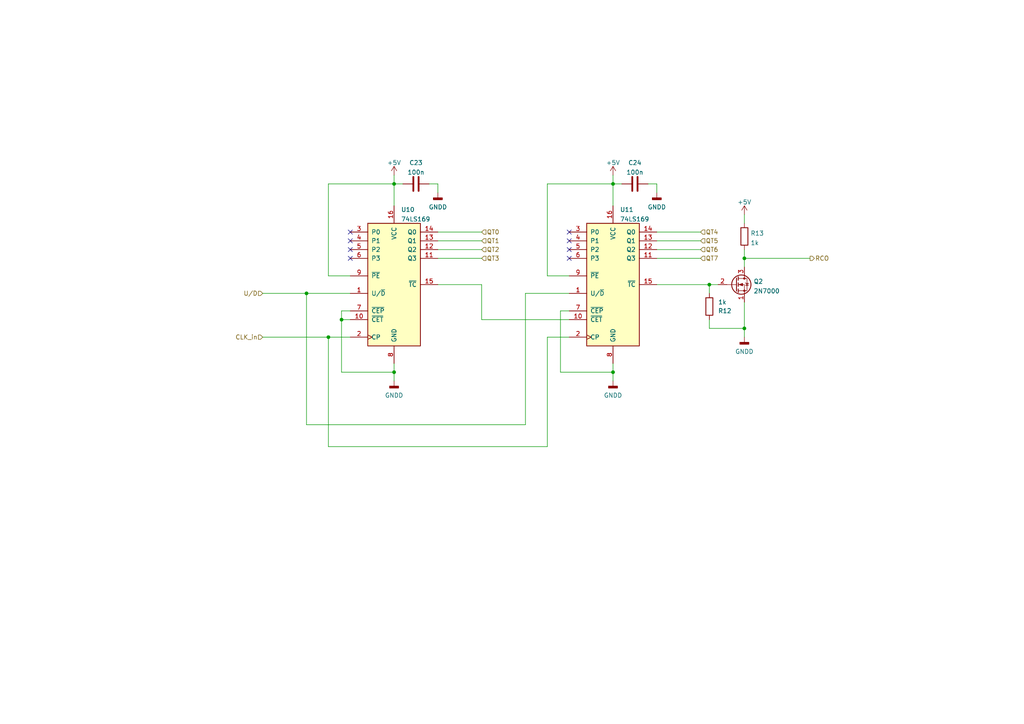
<source format=kicad_sch>
(kicad_sch (version 20211123) (generator eeschema)
  (paper "A4")
  (title_block (title "FGVCO - Core 2") (date "2022-05-31") (company "Gottardo Filippo"))
  (lib_symbols
    (symbol "74xx:74LS169" (pin_names (offset 1.016))
      (property "Reference" "U" (at -7.62 19.05 0))
      (property "Value" "74LS169" (at -7.62 -19.05 0))
      (symbol "74LS169_1_0"
        (pin input line (at -12.7 -2.54 0) (length 5.08) (name "U/~{D}") (number "1"))
        (pin input line (at -12.7 -10.16 0) (length 5.08) (name "~{CET}") (number "10"))
        (pin output line (at 12.7 7.62 180) (length 5.08) (name "Q3") (number "11"))
        (pin output line (at 12.7 10.16 180) (length 5.08) (name "Q2") (number "12"))
        (pin output line (at 12.7 12.7 180) (length 5.08) (name "Q1") (number "13"))
        (pin output line (at 12.7 15.24 180) (length 5.08) (name "Q0") (number "14"))
        (pin output line (at 12.7 0 180) (length 5.08) (name "~{TC}") (number "15"))
        (pin power_in line (at 0 22.86 270) (length 5.08) (name "VCC") (number "16"))
        (pin input clock (at -12.7 -15.24 0) (length 5.08) (name "CP") (number "2"))
        (pin input line (at -12.7 15.24 0) (length 5.08) (name "P0") (number "3"))
        (pin input line (at -12.7 12.7 0) (length 5.08) (name "P1") (number "4"))
        (pin input line (at -12.7 10.16 0) (length 5.08) (name "P2") (number "5"))
        (pin input line (at -12.7 7.62 0) (length 5.08) (name "P3") (number "6"))
        (pin input line (at -12.7 -7.62 0) (length 5.08) (name "~{CEP}") (number "7"))
        (pin power_in line (at 0 -22.86 90) (length 5.08) (name "GND") (number "8"))
        (pin input line (at -12.7 2.54 0) (length 5.08) (name "~{PE}") (number "9"))
      )
      (symbol "74LS169_1_1"
        (rectangle (start -7.62 17.78) (end 7.62 -17.78) (stroke (width 0.254)) (fill (type background)))
      )
    )
    (symbol "Device:C" (pin_numbers hide) (pin_names (offset 0.254))
      (property "Reference" "C" (at 0.635 2.54 0))
      (property "Value" "C" (at 0.635 -2.54 0))
      (symbol "C_0_1"
        (polyline (pts (xy -2.032 -0.762) (xy 2.032 -0.762)) (stroke (width 0.508)))
        (polyline (pts (xy -2.032 0.762) (xy 2.032 0.762)) (stroke (width 0.508)))
      )
      (symbol "C_1_1"
        (pin passive line (at 0 3.81 270) (length 2.794) (name "~") (number "1"))
        (pin passive line (at 0 -3.81 90) (length 2.794) (name "~") (number "2"))
      )
    )
    (symbol "Device:R" (pin_numbers hide) (pin_names (offset 0))
      (property "Reference" "R" (at 2.032 0 90))
      (property "Value" "R" (at 0 0 90))
      (symbol "R_0_1"
        (rectangle (start -1.016 -2.54) (end 1.016 2.54) (stroke (width 0.254)))
      )
      (symbol "R_1_1"
        (pin passive line (at 0 3.81 270) (length 1.27) (name "~") (number "1"))
        (pin passive line (at 0 -3.81 90) (length 1.27) (name "~") (number "2"))
      )
    )
    (symbol "Transistor_FET:2N7000" (pin_names hide)
      (property "Reference" "Q" (at 5.08 1.905 0))
      (property "Value" "2N7000" (at 5.08 0 0))
      (symbol "2N7000_0_1"
        (polyline (pts (xy 0.254 0) (xy -2.54 0)))
        (polyline (pts (xy 0.254 1.905) (xy 0.254 -1.905)) (stroke (width 0.254)))
        (polyline (pts (xy 0.762 -1.27) (xy 0.762 -2.286)) (stroke (width 0.254)))
        (polyline (pts (xy 0.762 0.508) (xy 0.762 -0.508)) (stroke (width 0.254)))
        (polyline (pts (xy 0.762 2.286) (xy 0.762 1.27)) (stroke (width 0.254)))
        (polyline (pts (xy 2.54 2.54) (xy 2.54 1.778)))
        (polyline (pts (xy 2.54 -2.54) (xy 2.54 0) (xy 0.762 0)))
        (polyline (pts (xy 0.762 -1.778) (xy 3.302 -1.778) (xy 3.302 1.778) (xy 0.762 1.778)))
        (polyline (pts (xy 1.016 0) (xy 2.032 0.381) (xy 2.032 -0.381) (xy 1.016 0)) (fill (type outline)))
        (polyline (pts (xy 2.794 0.508) (xy 2.921 0.381) (xy 3.683 0.381) (xy 3.81 0.254)))
        (polyline (pts (xy 3.302 0.381) (xy 2.921 -0.254) (xy 3.683 -0.254) (xy 3.302 0.381)))
        (circle (center 1.651 0) (radius 2.794) (stroke (width 0.254)))
        (circle (center 2.54 -1.778) (radius 0.254) (fill (type outline)))
        (circle (center 2.54 1.778) (radius 0.254) (fill (type outline)))
      )
      (symbol "2N7000_1_1"
        (pin passive line (at 2.54 -5.08 90) (length 2.54) (name "S") (number "1"))
        (pin input line (at -5.08 0 0) (length 2.54) (name "G") (number "2"))
        (pin passive line (at 2.54 5.08 270) (length 2.54) (name "D") (number "3"))
      )
    )
    (symbol "power:+5V" (power) (pin_names (offset 0))
      (property "Value" "+5V" (at 0 3.556 0))
      (symbol "+5V_0_1"
        (polyline (pts (xy -0.762 1.27) (xy 0 2.54)))
        (polyline (pts (xy 0 0) (xy 0 2.54)))
        (polyline (pts (xy 0 2.54) (xy 0.762 1.27)))
      )
      (symbol "+5V_1_1"
        (pin power_in line (at 0 0 90) (length 0) hide (name "+5V") (number "1"))
      )
    )
    (symbol "power:GNDD" (power) (pin_names (offset 0))
      (property "Value" "GNDD" (at 0 -3.175 0))
      (symbol "GNDD_0_1"
        (rectangle (start -1.27 -1.524) (end 1.27 -2.032) (stroke (width 0.254)) (fill (type outline)))
        (polyline (pts (xy 0 0) (xy 0 -1.524)))
      )
      (symbol "GNDD_1_1"
        (pin power_in line (at 0 0 270) (length 0) hide (name "GNDD") (number "1"))
      )
    )
  )
  (junction (at 114.3 107.95))
  (junction (at 205.74 82.55))
  (junction (at 215.9 74.93))
  (junction (at 99.06 92.71))
  (junction (at 114.3 53.34))
  (junction (at 215.9 95.25))
  (junction (at 88.9 85.09))
  (junction (at 95.25 97.79))
  (junction (at 177.8 53.34))
  (junction (at 177.8 107.95))
  (no_connect (at 165.1 74.93))
  (no_connect (at 165.1 72.39))
  (no_connect (at 165.1 69.85))
  (no_connect (at 165.1 67.31))
  (no_connect (at 101.6 69.85))
  (no_connect (at 101.6 72.39))
  (no_connect (at 101.6 67.31))
  (no_connect (at 101.6 74.93))
  (wire (pts (xy 139.7 82.55) (xy 139.7 92.71)))
  (wire (pts (xy 190.5 72.39) (xy 203.2 72.39)))
  (wire (pts (xy 127 53.34) (xy 127 55.88)))
  (wire (pts (xy 205.74 92.71) (xy 205.74 95.25)))
  (wire (pts (xy 205.74 82.55) (xy 208.28 82.55)))
  (wire (pts (xy 165.1 85.09) (xy 152.4 85.09)))
  (wire (pts (xy 127 82.55) (xy 139.7 82.55)))
  (wire (pts (xy 114.3 50.8) (xy 114.3 53.34)))
  (wire (pts (xy 95.25 129.54) (xy 95.25 97.79)))
  (wire (pts (xy 177.8 50.8) (xy 177.8 53.34)))
  (wire (pts (xy 88.9 85.09) (xy 101.6 85.09)))
  (wire (pts (xy 99.06 90.17) (xy 99.06 92.71)))
  (wire (pts (xy 99.06 92.71) (xy 101.6 92.71)))
  (wire (pts (xy 99.06 92.71) (xy 99.06 107.95)))
  (wire (pts (xy 88.9 123.19) (xy 152.4 123.19)))
  (wire (pts (xy 187.96 53.34) (xy 190.5 53.34)))
  (wire (pts (xy 165.1 90.17) (xy 162.56 90.17)))
  (wire (pts (xy 101.6 90.17) (xy 99.06 90.17)))
  (wire (pts (xy 162.56 107.95) (xy 177.8 107.95)))
  (wire (pts (xy 114.3 107.95) (xy 114.3 110.49)))
  (wire (pts (xy 215.9 95.25) (xy 215.9 97.79)))
  (wire (pts (xy 127 67.31) (xy 139.7 67.31)))
  (wire (pts (xy 114.3 105.41) (xy 114.3 107.95)))
  (wire (pts (xy 158.75 97.79) (xy 158.75 129.54)))
  (wire (pts (xy 190.5 53.34) (xy 190.5 55.88)))
  (wire (pts (xy 215.9 87.63) (xy 215.9 95.25)))
  (wire (pts (xy 177.8 53.34) (xy 177.8 59.69)))
  (wire (pts (xy 177.8 53.34) (xy 180.34 53.34)))
  (wire (pts (xy 76.2 97.79) (xy 95.25 97.79)))
  (wire (pts (xy 165.1 80.01) (xy 158.75 80.01)))
  (wire (pts (xy 152.4 85.09) (xy 152.4 123.19)))
  (wire (pts (xy 215.9 62.23) (xy 215.9 64.77)))
  (wire (pts (xy 158.75 53.34) (xy 177.8 53.34)))
  (wire (pts (xy 205.74 82.55) (xy 205.74 85.09)))
  (wire (pts (xy 127 69.85) (xy 139.7 69.85)))
  (wire (pts (xy 215.9 74.93) (xy 215.9 77.47)))
  (wire (pts (xy 127 72.39) (xy 139.7 72.39)))
  (wire (pts (xy 190.5 67.31) (xy 203.2 67.31)))
  (wire (pts (xy 114.3 53.34) (xy 114.3 59.69)))
  (wire (pts (xy 190.5 82.55) (xy 205.74 82.55)))
  (wire (pts (xy 190.5 69.85) (xy 203.2 69.85)))
  (wire (pts (xy 177.8 107.95) (xy 177.8 110.49)))
  (wire (pts (xy 101.6 80.01) (xy 95.25 80.01)))
  (wire (pts (xy 88.9 123.19) (xy 88.9 85.09)))
  (wire (pts (xy 95.25 53.34) (xy 114.3 53.34)))
  (wire (pts (xy 177.8 105.41) (xy 177.8 107.95)))
  (wire (pts (xy 127 74.93) (xy 139.7 74.93)))
  (wire (pts (xy 76.2 85.09) (xy 88.9 85.09)))
  (wire (pts (xy 205.74 95.25) (xy 215.9 95.25)))
  (wire (pts (xy 162.56 90.17) (xy 162.56 107.95)))
  (wire (pts (xy 190.5 74.93) (xy 203.2 74.93)))
  (wire (pts (xy 215.9 72.39) (xy 215.9 74.93)))
  (wire (pts (xy 99.06 107.95) (xy 114.3 107.95)))
  (wire (pts (xy 124.46 53.34) (xy 127 53.34)))
  (wire (pts (xy 114.3 53.34) (xy 116.84 53.34)))
  (wire (pts (xy 95.25 97.79) (xy 101.6 97.79)))
  (wire (pts (xy 215.9 74.93) (xy 234.95 74.93)))
  (wire (pts (xy 158.75 80.01) (xy 158.75 53.34)))
  (wire (pts (xy 95.25 80.01) (xy 95.25 53.34)))
  (wire (pts (xy 139.7 92.71) (xy 165.1 92.71)))
  (wire (pts (xy 165.1 97.79) (xy 158.75 97.79)))
  (wire (pts (xy 95.25 129.54) (xy 158.75 129.54)))
  (hierarchical_label "RCO" (shape output) (at 234.95 74.93 0))
  (hierarchical_label "QT1" (shape input) (at 139.7 69.85 0))
  (hierarchical_label "QT5" (shape input) (at 203.2 69.85 0))
  (hierarchical_label "QT6" (shape input) (at 203.2 72.39 0))
  (hierarchical_label "QT0" (shape input) (at 139.7 67.31 0))
  (hierarchical_label "QT4" (shape input) (at 203.2 67.31 0))
  (hierarchical_label "QT3" (shape input) (at 139.7 74.93 0))
  (hierarchical_label "U{slash}D" (shape input) (at 76.2 85.09 180))
  (hierarchical_label "QT2" (shape input) (at 139.7 72.39 0))
  (hierarchical_label "QT7" (shape input) (at 203.2 74.93 0))
  (hierarchical_label "CLK_in" (shape input) (at 76.2 97.79 180))
  (symbol (lib_id "power:+5V") (at 215.9 62.23 0) (unit 1)
    (property "Reference" "#PWR064" (effects hide))
    (property "Value" "+5V" (at 215.9 58.6255 0))
  )
  (symbol (lib_id "74xx:74LS169") (at 114.3 82.55 0) (unit 1)
    (property "Reference" "U10" (at 116.3194 60.8035 0) (effects (justify left)))
    (property "Value" "74LS169" (at 116.3194 63.5786 0) (effects (justify left)))
    (property "Footprint" "Custom Footprints:DIP-16_central_caps" (effects hide))
    (property "Datasheet" "http://www.ti.com/lit/gpn/sn74LS169" (effects hide))
  )
  (symbol (lib_id "74xx:74LS169") (at 177.8 82.55 0) (unit 1)
    (property "Reference" "U11" (at 179.8194 60.8035 0) (effects (justify left)))
    (property "Value" "74LS169" (at 179.8194 63.5786 0) (effects (justify left)))
    (property "Footprint" "Custom Footprints:DIP-16_central_caps" (effects hide))
    (property "Datasheet" "http://www.ti.com/lit/gpn/sn74LS169" (effects hide))
  )
  (symbol (lib_id "power:GNDD") (at 177.8 110.49 0) (unit 1)
    (property "Reference" "#PWR062" (effects hide))
    (property "Value" "GNDD" (at 177.8 114.6715 0))
  )
  (symbol (lib_id "power:+5V") (at 177.8 50.8 0) (unit 1)
    (property "Reference" "#PWR061" (effects hide))
    (property "Value" "+5V" (at 177.8 47.1955 0))
  )
  (symbol (lib_id "power:GNDD") (at 127 55.88 0) (unit 1)
    (property "Reference" "#PWR060" (effects hide))
    (property "Value" "GNDD" (at 127 60.0615 0))
  )
  (symbol (lib_id "Transistor_FET:2N7000") (at 213.36 82.55 0) (unit 1)
    (property "Reference" "Q2" (at 218.567 81.6415 0) (effects (justify left)))
    (property "Value" "2N7000" (at 218.567 84.4166 0) (effects (justify left)))
    (property "Footprint" "Package_TO_SOT_THT:TO-92" (effects hide))
    (property "Datasheet" "https://www.onsemi.com/pub/Collateral/NDS7002A-D.PDF" (effects hide))
  )
  (symbol (lib_id "Device:R") (at 215.9 68.58 0) (unit 1)
    (property "Reference" "R13" (at 217.678 67.6715 0) (effects (justify left)))
    (property "Value" "1k" (at 217.678 70.4466 0) (effects (justify left)))
    (property "Footprint" "Resistor_THT:R_Axial_DIN0207_L6.3mm_D2.5mm_P10.16mm_Horizontal" (effects hide))
  )
  (symbol (lib_id "power:GNDD") (at 215.9 97.79 0) (unit 1)
    (property "Reference" "#PWR065" (effects hide))
    (property "Value" "GNDD" (at 215.9 101.9715 0))
  )
  (symbol (lib_id "power:GNDD") (at 190.5 55.88 0) (unit 1)
    (property "Reference" "#PWR063" (effects hide))
    (property "Value" "GNDD" (at 190.5 60.0615 0))
  )
  (symbol (lib_id "power:+5V") (at 114.3 50.8 0) (unit 1)
    (property "Reference" "#PWR058" (effects hide))
    (property "Value" "+5V" (at 114.3 47.1955 0))
  )
  (symbol (lib_id "Device:R") (at 205.74 88.9 0) (unit 1)
    (property "Reference" "R12" (at 208.28 90.17 0) (effects (justify left)))
    (property "Value" "1k" (at 208.28 87.63 0) (effects (justify left)))
    (property "Footprint" "Resistor_THT:R_Axial_DIN0207_L6.3mm_D2.5mm_P10.16mm_Horizontal" (effects hide))
  )
  (symbol (lib_id "Device:C") (at 184.15 53.34 90) (unit 1)
    (property "Reference" "C24" (at 184.15 47.2145 90))
    (property "Value" "100n" (at 184.15 49.9896 90))
    (property "Footprint" "Custom Footprints:C_Disc_P2.54mm" (effects hide))
  )
  (symbol (lib_id "Device:C") (at 120.65 53.34 90) (unit 1)
    (property "Reference" "C23" (at 120.65 47.2145 90))
    (property "Value" "100n" (at 120.65 49.9896 90))
    (property "Footprint" "Custom Footprints:C_Disc_P2.54mm" (effects hide))
  )
  (symbol (lib_id "power:GNDD") (at 114.3 110.49 0) (unit 1)
    (property "Reference" "#PWR059" (effects hide))
    (property "Value" "GNDD" (at 114.3 114.6715 0))
  )
)
</source>
